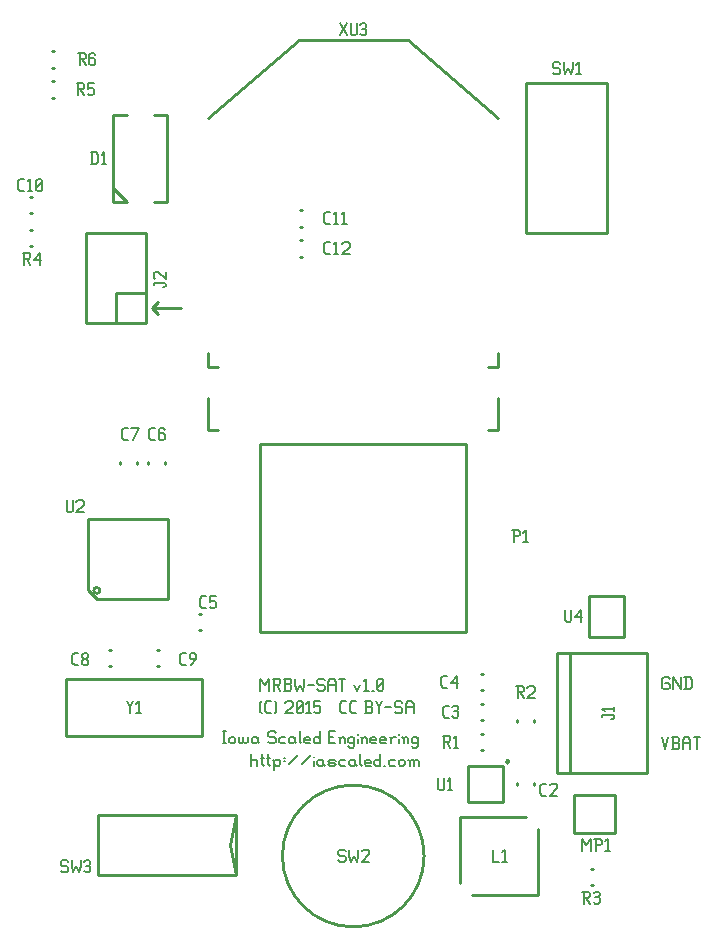
<source format=gbr>
G04 start of page 9 for group -4079 idx -4079 *
G04 Title: (unknown), topsilk *
G04 Creator: pcb 20110918 *
G04 CreationDate: Mon 25 May 2015 02:47:13 AM GMT UTC *
G04 For: railfan *
G04 Format: Gerber/RS-274X *
G04 PCB-Dimensions: 269500 307800 *
G04 PCB-Coordinate-Origin: lower left *
%MOIN*%
%FSLAX25Y25*%
%LNTOPSILK*%
%ADD95C,0.0080*%
%ADD94C,0.0100*%
G54D94*X68000Y207800D02*X77500D01*
X68000D02*X70000Y209800D01*
X68000Y207800D02*X70000Y205800D01*
G54D95*X238000Y64800D02*X239000Y60800D01*
X240000Y64800D01*
X241200Y60800D02*X243200D01*
X243700Y61300D01*
Y62500D02*Y61300D01*
X243200Y63000D02*X243700Y62500D01*
X241700Y63000D02*X243200D01*
X241700Y64800D02*Y60800D01*
X241200Y64800D02*X243200D01*
X243700Y64300D01*
Y63500D01*
X243200Y63000D02*X243700Y63500D01*
X244900Y63800D02*Y60800D01*
Y63800D02*X245600Y64800D01*
X246700D01*
X247400Y63800D01*
Y60800D01*
X244900Y62800D02*X247400D01*
X248600Y64800D02*X250600D01*
X249600D02*Y60800D01*
X240000Y84800D02*X240500Y84300D01*
X238500Y84800D02*X240000D01*
X238000Y84300D02*X238500Y84800D01*
X238000Y84300D02*Y81300D01*
X238500Y80800D01*
X240000D01*
X240500Y81300D01*
Y82300D02*Y81300D01*
X240000Y82800D02*X240500Y82300D01*
X239000Y82800D02*X240000D01*
X241700Y84800D02*Y80800D01*
Y84800D02*X244200Y80800D01*
Y84800D02*Y80800D01*
X245900Y84800D02*Y80800D01*
X247200Y84800D02*X247900Y84100D01*
Y81500D01*
X247200Y80800D02*X247900Y81500D01*
X245400Y80800D02*X247200D01*
X245400Y84800D02*X247200D01*
X104000Y84300D02*Y80300D01*
Y84300D02*X105500Y82300D01*
X107000Y84300D01*
Y80300D01*
X108200Y84300D02*X110200D01*
X110700Y83800D01*
Y82800D01*
X110200Y82300D02*X110700Y82800D01*
X108700Y82300D02*X110200D01*
X108700Y84300D02*Y80300D01*
X109500Y82300D02*X110700Y80300D01*
X111900D02*X113900D01*
X114400Y80800D01*
Y82000D02*Y80800D01*
X113900Y82500D02*X114400Y82000D01*
X112400Y82500D02*X113900D01*
X112400Y84300D02*Y80300D01*
X111900Y84300D02*X113900D01*
X114400Y83800D01*
Y83000D01*
X113900Y82500D02*X114400Y83000D01*
X115600Y84300D02*Y82300D01*
X116100Y80300D01*
X117100Y82300D01*
X118100Y80300D01*
X118600Y82300D01*
Y84300D02*Y82300D01*
X119800D02*X121800D01*
X125000Y84300D02*X125500Y83800D01*
X123500Y84300D02*X125000D01*
X123000Y83800D02*X123500Y84300D01*
X123000Y83800D02*Y82800D01*
X123500Y82300D01*
X125000D01*
X125500Y81800D01*
Y80800D01*
X125000Y80300D02*X125500Y80800D01*
X123500Y80300D02*X125000D01*
X123000Y80800D02*X123500Y80300D01*
X126700Y83300D02*Y80300D01*
Y83300D02*X127400Y84300D01*
X128500D01*
X129200Y83300D01*
Y80300D01*
X126700Y82300D02*X129200D01*
X130400Y84300D02*X132400D01*
X131400D02*Y80300D01*
X135400Y82300D02*X136400Y80300D01*
X137400Y82300D02*X136400Y80300D01*
X138600Y83500D02*X139400Y84300D01*
Y80300D01*
X138600D02*X140100D01*
X141300D02*X141800D01*
X143000Y80800D02*X143500Y80300D01*
X143000Y83800D02*Y80800D01*
Y83800D02*X143500Y84300D01*
X144500D01*
X145000Y83800D01*
Y80800D01*
X144500Y80300D02*X145000Y80800D01*
X143500Y80300D02*X144500D01*
X143000Y81300D02*X145000Y83300D01*
X91500Y66800D02*X92500D01*
X92000D02*Y62800D01*
X91500D02*X92500D01*
X93700Y64300D02*Y63300D01*
Y64300D02*X94200Y64800D01*
X95200D01*
X95700Y64300D01*
Y63300D01*
X95200Y62800D02*X95700Y63300D01*
X94200Y62800D02*X95200D01*
X93700Y63300D02*X94200Y62800D01*
X96900Y64800D02*Y63300D01*
X97400Y62800D01*
X97900D01*
X98400Y63300D01*
Y64800D02*Y63300D01*
X98900Y62800D01*
X99400D01*
X99900Y63300D01*
Y64800D02*Y63300D01*
X102600Y64800D02*X103100Y64300D01*
X101600Y64800D02*X102600D01*
X101100Y64300D02*X101600Y64800D01*
X101100Y64300D02*Y63300D01*
X101600Y62800D01*
X103100Y64800D02*Y63300D01*
X103600Y62800D01*
X101600D02*X102600D01*
X103100Y63300D01*
X108600Y66800D02*X109100Y66300D01*
X107100Y66800D02*X108600D01*
X106600Y66300D02*X107100Y66800D01*
X106600Y66300D02*Y65300D01*
X107100Y64800D01*
X108600D01*
X109100Y64300D01*
Y63300D01*
X108600Y62800D02*X109100Y63300D01*
X107100Y62800D02*X108600D01*
X106600Y63300D02*X107100Y62800D01*
X110800Y64800D02*X112300D01*
X110300Y64300D02*X110800Y64800D01*
X110300Y64300D02*Y63300D01*
X110800Y62800D01*
X112300D01*
X115000Y64800D02*X115500Y64300D01*
X114000Y64800D02*X115000D01*
X113500Y64300D02*X114000Y64800D01*
X113500Y64300D02*Y63300D01*
X114000Y62800D01*
X115500Y64800D02*Y63300D01*
X116000Y62800D01*
X114000D02*X115000D01*
X115500Y63300D01*
X117200Y66800D02*Y63300D01*
X117700Y62800D01*
X119200D02*X120700D01*
X118700Y63300D02*X119200Y62800D01*
X118700Y64300D02*Y63300D01*
Y64300D02*X119200Y64800D01*
X120200D01*
X120700Y64300D01*
X118700Y63800D02*X120700D01*
Y64300D02*Y63800D01*
X123900Y66800D02*Y62800D01*
X123400D02*X123900Y63300D01*
X122400Y62800D02*X123400D01*
X121900Y63300D02*X122400Y62800D01*
X121900Y64300D02*Y63300D01*
Y64300D02*X122400Y64800D01*
X123400D01*
X123900Y64300D01*
X126900Y65000D02*X128400D01*
X126900Y62800D02*X128900D01*
X126900Y66800D02*Y62800D01*
Y66800D02*X128900D01*
X130600Y64300D02*Y62800D01*
Y64300D02*X131100Y64800D01*
X131600D01*
X132100Y64300D01*
Y62800D01*
X130100Y64800D02*X130600Y64300D01*
X134800Y64800D02*X135300Y64300D01*
X133800Y64800D02*X134800D01*
X133300Y64300D02*X133800Y64800D01*
X133300Y64300D02*Y63300D01*
X133800Y62800D01*
X134800D01*
X135300Y63300D01*
X133300Y61800D02*X133800Y61300D01*
X134800D01*
X135300Y61800D01*
Y64800D02*Y61800D01*
X136500Y65800D02*Y65700D01*
Y64300D02*Y62800D01*
X138000Y64300D02*Y62800D01*
Y64300D02*X138500Y64800D01*
X139000D01*
X139500Y64300D01*
Y62800D01*
X137500Y64800D02*X138000Y64300D01*
X141200Y62800D02*X142700D01*
X140700Y63300D02*X141200Y62800D01*
X140700Y64300D02*Y63300D01*
Y64300D02*X141200Y64800D01*
X142200D01*
X142700Y64300D01*
X140700Y63800D02*X142700D01*
Y64300D02*Y63800D01*
X144400Y62800D02*X145900D01*
X143900Y63300D02*X144400Y62800D01*
X143900Y64300D02*Y63300D01*
Y64300D02*X144400Y64800D01*
X145400D01*
X145900Y64300D01*
X143900Y63800D02*X145900D01*
Y64300D02*Y63800D01*
X147600Y64300D02*Y62800D01*
Y64300D02*X148100Y64800D01*
X149100D01*
X147100D02*X147600Y64300D01*
X150300Y65800D02*Y65700D01*
Y64300D02*Y62800D01*
X151800Y64300D02*Y62800D01*
Y64300D02*X152300Y64800D01*
X152800D01*
X153300Y64300D01*
Y62800D01*
X151300Y64800D02*X151800Y64300D01*
X156000Y64800D02*X156500Y64300D01*
X155000Y64800D02*X156000D01*
X154500Y64300D02*X155000Y64800D01*
X154500Y64300D02*Y63300D01*
X155000Y62800D01*
X156000D01*
X156500Y63300D01*
X154500Y61800D02*X155000Y61300D01*
X156000D01*
X156500Y61800D01*
Y64800D02*Y61800D01*
X104000Y73300D02*X104500Y72800D01*
X104000Y76300D02*X104500Y76800D01*
X104000Y76300D02*Y73300D01*
X106400Y72800D02*X107700D01*
X105700Y73500D02*X106400Y72800D01*
X105700Y76100D02*Y73500D01*
Y76100D02*X106400Y76800D01*
X107700D01*
X108900D02*X109400Y76300D01*
Y73300D01*
X108900Y72800D02*X109400Y73300D01*
X112400Y76300D02*X112900Y76800D01*
X114400D01*
X114900Y76300D01*
Y75300D01*
X112400Y72800D02*X114900Y75300D01*
X112400Y72800D02*X114900D01*
X116100Y73300D02*X116600Y72800D01*
X116100Y76300D02*Y73300D01*
Y76300D02*X116600Y76800D01*
X117600D01*
X118100Y76300D01*
Y73300D01*
X117600Y72800D02*X118100Y73300D01*
X116600Y72800D02*X117600D01*
X116100Y73800D02*X118100Y75800D01*
X119300Y76000D02*X120100Y76800D01*
Y72800D01*
X119300D02*X120800D01*
X122000Y76800D02*X124000D01*
X122000D02*Y74800D01*
X122500Y75300D01*
X123500D01*
X124000Y74800D01*
Y73300D01*
X123500Y72800D02*X124000Y73300D01*
X122500Y72800D02*X123500D01*
X122000Y73300D02*X122500Y72800D01*
X131300D02*X132600D01*
X130600Y73500D02*X131300Y72800D01*
X130600Y76100D02*Y73500D01*
Y76100D02*X131300Y76800D01*
X132600D01*
X134500Y72800D02*X135800D01*
X133800Y73500D02*X134500Y72800D01*
X133800Y76100D02*Y73500D01*
Y76100D02*X134500Y76800D01*
X135800D01*
X138800Y72800D02*X140800D01*
X141300Y73300D01*
Y74500D02*Y73300D01*
X140800Y75000D02*X141300Y74500D01*
X139300Y75000D02*X140800D01*
X139300Y76800D02*Y72800D01*
X138800Y76800D02*X140800D01*
X141300Y76300D01*
Y75500D01*
X140800Y75000D02*X141300Y75500D01*
X142500Y76800D02*X143500Y74800D01*
X144500Y76800D01*
X143500Y74800D02*Y72800D01*
X145700Y74800D02*X147700D01*
X150900Y76800D02*X151400Y76300D01*
X149400Y76800D02*X150900D01*
X148900Y76300D02*X149400Y76800D01*
X148900Y76300D02*Y75300D01*
X149400Y74800D01*
X150900D01*
X151400Y74300D01*
Y73300D01*
X150900Y72800D02*X151400Y73300D01*
X149400Y72800D02*X150900D01*
X148900Y73300D02*X149400Y72800D01*
X152600Y75800D02*Y72800D01*
Y75800D02*X153300Y76800D01*
X154400D01*
X155100Y75800D01*
Y72800D01*
X152600Y74800D02*X155100D01*
X101000Y59300D02*Y55300D01*
Y56800D02*X101500Y57300D01*
X102500D01*
X103000Y56800D01*
Y55300D01*
X104700Y59300D02*Y55800D01*
X105200Y55300D01*
X104200Y57800D02*X105200D01*
X106700Y59300D02*Y55800D01*
X107200Y55300D01*
X106200Y57800D02*X107200D01*
X108700Y56800D02*Y53800D01*
X108200Y57300D02*X108700Y56800D01*
X109200Y57300D01*
X110200D01*
X110700Y56800D01*
Y55800D01*
X110200Y55300D02*X110700Y55800D01*
X109200Y55300D02*X110200D01*
X108700Y55800D02*X109200Y55300D01*
X111900Y57800D02*X112400D01*
X111900Y56800D02*X112400D01*
X113600Y55800D02*X116600Y58800D01*
X117800Y55800D02*X120800Y58800D01*
X122000Y58300D02*Y58200D01*
Y56800D02*Y55300D01*
X124500Y57300D02*X125000Y56800D01*
X123500Y57300D02*X124500D01*
X123000Y56800D02*X123500Y57300D01*
X123000Y56800D02*Y55800D01*
X123500Y55300D01*
X125000Y57300D02*Y55800D01*
X125500Y55300D01*
X123500D02*X124500D01*
X125000Y55800D01*
X127200Y55300D02*X128700D01*
X129200Y55800D01*
X128700Y56300D02*X129200Y55800D01*
X127200Y56300D02*X128700D01*
X126700Y56800D02*X127200Y56300D01*
X126700Y56800D02*X127200Y57300D01*
X128700D01*
X129200Y56800D01*
X126700Y55800D02*X127200Y55300D01*
X130900Y57300D02*X132400D01*
X130400Y56800D02*X130900Y57300D01*
X130400Y56800D02*Y55800D01*
X130900Y55300D01*
X132400D01*
X135100Y57300D02*X135600Y56800D01*
X134100Y57300D02*X135100D01*
X133600Y56800D02*X134100Y57300D01*
X133600Y56800D02*Y55800D01*
X134100Y55300D01*
X135600Y57300D02*Y55800D01*
X136100Y55300D01*
X134100D02*X135100D01*
X135600Y55800D01*
X137300Y59300D02*Y55800D01*
X137800Y55300D01*
X139300D02*X140800D01*
X138800Y55800D02*X139300Y55300D01*
X138800Y56800D02*Y55800D01*
Y56800D02*X139300Y57300D01*
X140300D01*
X140800Y56800D01*
X138800Y56300D02*X140800D01*
Y56800D02*Y56300D01*
X144000Y59300D02*Y55300D01*
X143500D02*X144000Y55800D01*
X142500Y55300D02*X143500D01*
X142000Y55800D02*X142500Y55300D01*
X142000Y56800D02*Y55800D01*
Y56800D02*X142500Y57300D01*
X143500D01*
X144000Y56800D01*
X145200Y55300D02*X145700D01*
X147400Y57300D02*X148900D01*
X146900Y56800D02*X147400Y57300D01*
X146900Y56800D02*Y55800D01*
X147400Y55300D01*
X148900D01*
X150100Y56800D02*Y55800D01*
Y56800D02*X150600Y57300D01*
X151600D01*
X152100Y56800D01*
Y55800D01*
X151600Y55300D02*X152100Y55800D01*
X150600Y55300D02*X151600D01*
X150100Y55800D02*X150600Y55300D01*
X153800Y56800D02*Y55300D01*
Y56800D02*X154300Y57300D01*
X154800D01*
X155300Y56800D01*
Y55300D01*
Y56800D02*X155800Y57300D01*
X156300D01*
X156800Y56800D01*
Y55300D01*
X153300Y57300D02*X153800Y56800D01*
G54D94*X66000Y232800D02*Y202800D01*
X46000Y232800D02*X66000D01*
X46000D02*Y202800D01*
X66000D01*
X56000Y212800D02*X66000D01*
X56000D02*Y202800D01*
X117107Y235045D02*X117893D01*
X117107Y240555D02*X117893D01*
X117107Y225045D02*X117893D01*
X117107Y230555D02*X117893D01*
X27107Y234055D02*X27893D01*
X27107Y228545D02*X27893D01*
X103750Y162550D02*Y100050D01*
Y162550D02*X172500D01*
Y100050D01*
X103750D02*X172500D01*
X46621Y137679D02*Y113821D01*
Y137679D02*X73379D01*
Y110921D01*
X49521D02*X73379D01*
X49521D02*X46621Y113821D01*
X49521Y112821D02*G75*G03X49521Y112821I0J1000D01*G01*
X83607Y106055D02*X84393D01*
X83607Y100545D02*X84393D01*
X50000Y38800D02*Y18800D01*
X96000D01*
X50000Y38800D02*X96000D01*
Y18800D01*
X94000Y28800D01*
X96000Y38800D02*X94000Y28800D01*
X39362Y84150D02*X84638D01*
Y65450D01*
X39362D01*
Y84150D01*
X111378Y25300D02*G75*G03X111378Y25300I23622J0D01*G01*
X73000Y272300D02*Y243300D01*
X55000Y272300D02*Y243300D01*
Y272300D02*X59500D01*
X68500D02*X73000D01*
X55000Y243300D02*X59500D01*
X68500D02*X73000D01*
X55000Y247800D02*X59500Y243300D01*
X66745Y156693D02*Y155907D01*
X72255Y156693D02*Y155907D01*
X57245Y156693D02*Y155907D01*
X62755Y156693D02*Y155907D01*
X69607Y88545D02*X70393D01*
X69607Y94055D02*X70393D01*
X53607D02*X54393D01*
X53607Y88545D02*X54393D01*
X86693Y192800D02*Y188450D01*
X183307Y192800D02*Y188450D01*
X86693D02*X90000D01*
X180000D02*X183307D01*
X86693Y271442D02*X116890Y297151D01*
X183307Y271442D02*X153110Y297151D01*
X116890D02*X153110D01*
X86693Y167450D02*X90000D01*
X86693Y177800D02*Y167450D01*
X180000D02*X183307D01*
Y177800D02*Y167450D01*
X192500Y282800D02*X219500D01*
Y232800D01*
X192500D01*
Y282800D01*
X34607Y293555D02*X35393D01*
X34607Y288045D02*X35393D01*
X34607Y283555D02*X35393D01*
X34607Y278045D02*X35393D01*
X27107Y245055D02*X27893D01*
X27107Y239545D02*X27893D01*
X213600Y112100D02*Y98200D01*
X225400D01*
Y112100D01*
X213600D01*
X232800Y92800D02*Y52800D01*
X202800Y92800D02*Y52800D01*
X207200Y92800D02*Y52800D01*
X202800D02*X232800D01*
X202800Y92800D02*X232800D01*
X208443Y45643D02*X222343D01*
X208443D02*Y32843D01*
X222343D01*
Y45643D02*Y32843D01*
X177607Y86055D02*X178393D01*
X177607Y80545D02*X178393D01*
X177607Y76055D02*X178393D01*
X177607Y70545D02*X178393D01*
X189745Y70693D02*Y69907D01*
X195255Y70693D02*Y69907D01*
X214107Y15545D02*X214893D01*
X214107Y21055D02*X214893D01*
X177607Y60545D02*X178393D01*
X177607Y66055D02*X178393D01*
X184906Y55206D02*Y43394D01*
X173094D02*X184906D01*
X173094Y55206D02*Y43394D01*
Y55206D02*X184906D01*
X186406Y57206D02*G75*G03X186406Y57206I0J-500D01*G01*
X189745Y49693D02*Y48907D01*
X195255Y49693D02*Y48907D01*
X196500Y34300D02*Y12300D01*
X174500D02*X196500D01*
X170500Y38300D02*Y16300D01*
Y38300D02*X192500D01*
G54D95*X68500Y216300D02*Y215500D01*
Y216300D02*X72000D01*
X72500Y215800D02*X72000Y216300D01*
X72500Y215800D02*Y215300D01*
X72000Y214800D02*X72500Y215300D01*
X71500Y214800D02*X72000D01*
X69000Y217500D02*X68500Y218000D01*
Y219500D02*Y218000D01*
Y219500D02*X69000Y220000D01*
X70000D01*
X72500Y217500D02*X70000Y220000D01*
X72500D02*Y217500D01*
X126050Y235950D02*X127350D01*
X125350Y236650D02*X126050Y235950D01*
X125350Y239250D02*Y236650D01*
Y239250D02*X126050Y239950D01*
X127350D01*
X128550Y239150D02*X129350Y239950D01*
Y235950D01*
X128550D02*X130050D01*
X131250Y239150D02*X132050Y239950D01*
Y235950D01*
X131250D02*X132750D01*
X126050Y225950D02*X127350D01*
X125350Y226650D02*X126050Y225950D01*
X125350Y229250D02*Y226650D01*
Y229250D02*X126050Y229950D01*
X127350D01*
X128550Y229150D02*X129350Y229950D01*
Y225950D01*
X128550D02*X130050D01*
X131250Y229450D02*X131750Y229950D01*
X133250D01*
X133750Y229450D01*
Y228450D01*
X131250Y225950D02*X133750Y228450D01*
X131250Y225950D02*X133750D01*
X24850Y226450D02*X26850D01*
X27350Y225950D01*
Y224950D01*
X26850Y224450D02*X27350Y224950D01*
X25350Y224450D02*X26850D01*
X25350Y226450D02*Y222450D01*
X26150Y224450D02*X27350Y222450D01*
X28550Y223950D02*X30550Y226450D01*
X28550Y223950D02*X31050D01*
X30550Y226450D02*Y222450D01*
X188500Y133800D02*Y129800D01*
X188000Y133800D02*X190000D01*
X190500Y133300D01*
Y132300D01*
X190000Y131800D02*X190500Y132300D01*
X188500Y131800D02*X190000D01*
X191700Y133000D02*X192500Y133800D01*
Y129800D01*
X191700D02*X193200D01*
X48000Y259800D02*Y255800D01*
X49300Y259800D02*X50000Y259100D01*
Y256500D01*
X49300Y255800D02*X50000Y256500D01*
X47500Y255800D02*X49300D01*
X47500Y259800D02*X49300D01*
X51200Y259000D02*X52000Y259800D01*
Y255800D01*
X51200D02*X52700D01*
X67636Y163950D02*X68936D01*
X66936Y164650D02*X67636Y163950D01*
X66936Y167250D02*Y164650D01*
Y167250D02*X67636Y167950D01*
X68936D01*
X71636D02*X72136Y167450D01*
X70636Y167950D02*X71636D01*
X70136Y167450D02*X70636Y167950D01*
X70136Y167450D02*Y164450D01*
X70636Y163950D01*
X71636Y166150D02*X72136Y165650D01*
X70136Y166150D02*X71636D01*
X70636Y163950D02*X71636D01*
X72136Y164450D01*
Y165650D02*Y164450D01*
X58550Y163950D02*X59850D01*
X57850Y164650D02*X58550Y163950D01*
X57850Y167250D02*Y164650D01*
Y167250D02*X58550Y167950D01*
X59850D01*
X61550Y163950D02*X63550Y167950D01*
X61050D02*X63550D01*
X39500Y143800D02*Y140300D01*
X40000Y139800D01*
X41000D01*
X41500Y140300D01*
Y143800D02*Y140300D01*
X42700Y143300D02*X43200Y143800D01*
X44700D01*
X45200Y143300D01*
Y142300D01*
X42700Y139800D02*X45200Y142300D01*
X42700Y139800D02*X45200D01*
X130500Y298800D02*X133000Y302800D01*
X130500D02*X133000Y298800D01*
X134200Y302800D02*Y299300D01*
X134700Y298800D01*
X135700D01*
X136200Y299300D01*
Y302800D02*Y299300D01*
X137400Y302300D02*X137900Y302800D01*
X138900D01*
X139400Y302300D01*
X138900Y298800D02*X139400Y299300D01*
X137900Y298800D02*X138900D01*
X137400Y299300D02*X137900Y298800D01*
Y301000D02*X138900D01*
X139400Y302300D02*Y301500D01*
Y300500D02*Y299300D01*
Y300500D02*X138900Y301000D01*
X139400Y301500D02*X138900Y301000D01*
X203500Y289800D02*X204000Y289300D01*
X202000Y289800D02*X203500D01*
X201500Y289300D02*X202000Y289800D01*
X201500Y289300D02*Y288300D01*
X202000Y287800D01*
X203500D01*
X204000Y287300D01*
Y286300D01*
X203500Y285800D02*X204000Y286300D01*
X202000Y285800D02*X203500D01*
X201500Y286300D02*X202000Y285800D01*
X205200Y289800D02*Y287800D01*
X205700Y285800D01*
X206700Y287800D01*
X207700Y285800D01*
X208200Y287800D01*
Y289800D02*Y287800D01*
X209400Y289000D02*X210200Y289800D01*
Y285800D01*
X209400D02*X210900D01*
X43350Y292950D02*X45350D01*
X45850Y292450D01*
Y291450D01*
X45350Y290950D02*X45850Y291450D01*
X43850Y290950D02*X45350D01*
X43850Y292950D02*Y288950D01*
X44650Y290950D02*X45850Y288950D01*
X48550Y292950D02*X49050Y292450D01*
X47550Y292950D02*X48550D01*
X47050Y292450D02*X47550Y292950D01*
X47050Y292450D02*Y289450D01*
X47550Y288950D01*
X48550Y291150D02*X49050Y290650D01*
X47050Y291150D02*X48550D01*
X47550Y288950D02*X48550D01*
X49050Y289450D01*
Y290650D02*Y289450D01*
X42764Y282950D02*X44764D01*
X45264Y282450D01*
Y281450D01*
X44764Y280950D02*X45264Y281450D01*
X43264Y280950D02*X44764D01*
X43264Y282950D02*Y278950D01*
X44064Y280950D02*X45264Y278950D01*
X46464Y282950D02*X48464D01*
X46464D02*Y280950D01*
X46964Y281450D01*
X47964D01*
X48464Y280950D01*
Y279450D01*
X47964Y278950D02*X48464Y279450D01*
X46964Y278950D02*X47964D01*
X46464Y279450D02*X46964Y278950D01*
X24050Y246950D02*X25350D01*
X23350Y247650D02*X24050Y246950D01*
X23350Y250250D02*Y247650D01*
Y250250D02*X24050Y250950D01*
X25350D01*
X26550Y250150D02*X27350Y250950D01*
Y246950D01*
X26550D02*X28050D01*
X29250Y247450D02*X29750Y246950D01*
X29250Y250450D02*Y247450D01*
Y250450D02*X29750Y250950D01*
X30750D01*
X31250Y250450D01*
Y247450D01*
X30750Y246950D02*X31250Y247450D01*
X29750Y246950D02*X30750D01*
X29250Y247950D02*X31250Y249950D01*
X39500Y23800D02*X40000Y23300D01*
X38000Y23800D02*X39500D01*
X37500Y23300D02*X38000Y23800D01*
X37500Y23300D02*Y22300D01*
X38000Y21800D01*
X39500D01*
X40000Y21300D01*
Y20300D01*
X39500Y19800D02*X40000Y20300D01*
X38000Y19800D02*X39500D01*
X37500Y20300D02*X38000Y19800D01*
X41200Y23800D02*Y21800D01*
X41700Y19800D01*
X42700Y21800D01*
X43700Y19800D01*
X44200Y21800D01*
Y23800D02*Y21800D01*
X45400Y23300D02*X45900Y23800D01*
X46900D01*
X47400Y23300D01*
X46900Y19800D02*X47400Y20300D01*
X45900Y19800D02*X46900D01*
X45400Y20300D02*X45900Y19800D01*
Y22000D02*X46900D01*
X47400Y23300D02*Y22500D01*
Y21500D02*Y20300D01*
Y21500D02*X46900Y22000D01*
X47400Y22500D02*X46900Y22000D01*
X59500Y76800D02*X60500Y74800D01*
X61500Y76800D01*
X60500Y74800D02*Y72800D01*
X62700Y76000D02*X63500Y76800D01*
Y72800D01*
X62700D02*X64200D01*
X78050Y88950D02*X79350D01*
X77350Y89650D02*X78050Y88950D01*
X77350Y92250D02*Y89650D01*
Y92250D02*X78050Y92950D01*
X79350D01*
X81050Y88950D02*X82550Y90950D01*
Y92450D02*Y90950D01*
X82050Y92950D02*X82550Y92450D01*
X81050Y92950D02*X82050D01*
X80550Y92450D02*X81050Y92950D01*
X80550Y92450D02*Y91450D01*
X81050Y90950D01*
X82550D01*
X42093Y88950D02*X43393D01*
X41393Y89650D02*X42093Y88950D01*
X41393Y92250D02*Y89650D01*
Y92250D02*X42093Y92950D01*
X43393D01*
X44593Y89450D02*X45093Y88950D01*
X44593Y90250D02*Y89450D01*
Y90250D02*X45293Y90950D01*
X45893D01*
X46593Y90250D01*
Y89450D01*
X46093Y88950D02*X46593Y89450D01*
X45093Y88950D02*X46093D01*
X44593Y91650D02*X45293Y90950D01*
X44593Y92450D02*Y91650D01*
Y92450D02*X45093Y92950D01*
X46093D01*
X46593Y92450D01*
Y91650D01*
X45893Y90950D02*X46593Y91650D01*
X205700Y107400D02*Y103900D01*
X206200Y103400D01*
X207200D01*
X207700Y103900D01*
Y107400D02*Y103900D01*
X208900Y104900D02*X210900Y107400D01*
X208900Y104900D02*X211400D01*
X210900Y107400D02*Y103400D01*
X84700Y107800D02*X86000D01*
X84000Y108500D02*X84700Y107800D01*
X84000Y111100D02*Y108500D01*
Y111100D02*X84700Y111800D01*
X86000D01*
X87200D02*X89200D01*
X87200D02*Y109800D01*
X87700Y110300D01*
X88700D01*
X89200Y109800D01*
Y108300D01*
X88700Y107800D02*X89200Y108300D01*
X87700Y107800D02*X88700D01*
X87200Y108300D02*X87700Y107800D01*
X218000Y72300D02*Y71500D01*
Y72300D02*X221500D01*
X222000Y71800D02*X221500Y72300D01*
X222000Y71800D02*Y71300D01*
X221500Y70800D02*X222000Y71300D01*
X221000Y70800D02*X221500D01*
X218800Y73500D02*X218000Y74300D01*
X222000D01*
Y75000D02*Y73500D01*
X164850Y65450D02*X166850D01*
X167350Y64950D01*
Y63950D01*
X166850Y63450D02*X167350Y63950D01*
X165350Y63450D02*X166850D01*
X165350Y65450D02*Y61450D01*
X166150Y63450D02*X167350Y61450D01*
X168550Y64650D02*X169350Y65450D01*
Y61450D01*
X168550D02*X170050D01*
X165050Y81450D02*X166350D01*
X164350Y82150D02*X165050Y81450D01*
X164350Y84750D02*Y82150D01*
Y84750D02*X165050Y85450D01*
X166350D01*
X167550Y82950D02*X169550Y85450D01*
X167550Y82950D02*X170050D01*
X169550Y85450D02*Y81450D01*
X165550Y71450D02*X166850D01*
X164850Y72150D02*X165550Y71450D01*
X164850Y74750D02*Y72150D01*
Y74750D02*X165550Y75450D01*
X166850D01*
X168050Y74950D02*X168550Y75450D01*
X169550D01*
X170050Y74950D01*
X169550Y71450D02*X170050Y71950D01*
X168550Y71450D02*X169550D01*
X168050Y71950D02*X168550Y71450D01*
Y73650D02*X169550D01*
X170050Y74950D02*Y74150D01*
Y73150D02*Y71950D01*
Y73150D02*X169550Y73650D01*
X170050Y74150D02*X169550Y73650D01*
X189350Y81950D02*X191350D01*
X191850Y81450D01*
Y80450D01*
X191350Y79950D02*X191850Y80450D01*
X189850Y79950D02*X191350D01*
X189850Y81950D02*Y77950D01*
X190650Y79950D02*X191850Y77950D01*
X193050Y81450D02*X193550Y81950D01*
X195050D01*
X195550Y81450D01*
Y80450D01*
X193050Y77950D02*X195550Y80450D01*
X193050Y77950D02*X195550D01*
X163358Y51253D02*Y47753D01*
X163858Y47253D01*
X164858D01*
X165358Y47753D01*
Y51253D02*Y47753D01*
X166558Y50453D02*X167358Y51253D01*
Y47253D01*
X166558D02*X168058D01*
X198050Y45450D02*X199350D01*
X197350Y46150D02*X198050Y45450D01*
X197350Y48750D02*Y46150D01*
Y48750D02*X198050Y49450D01*
X199350D01*
X200550Y48950D02*X201050Y49450D01*
X202550D01*
X203050Y48950D01*
Y47950D01*
X200550Y45450D02*X203050Y47950D01*
X200550Y45450D02*X203050D01*
X211393Y13450D02*X213393D01*
X213893Y12950D01*
Y11950D01*
X213393Y11450D02*X213893Y11950D01*
X211893Y11450D02*X213393D01*
X211893Y13450D02*Y9450D01*
X212693Y11450D02*X213893Y9450D01*
X215093Y12950D02*X215593Y13450D01*
X216593D01*
X217093Y12950D01*
X216593Y9450D02*X217093Y9950D01*
X215593Y9450D02*X216593D01*
X215093Y9950D02*X215593Y9450D01*
Y11650D02*X216593D01*
X217093Y12950D02*Y12150D01*
Y11150D02*Y9950D01*
Y11150D02*X216593Y11650D01*
X217093Y12150D02*X216593Y11650D01*
X211157Y30957D02*Y26957D01*
Y30957D02*X212657Y28957D01*
X214157Y30957D01*
Y26957D01*
X215857Y30957D02*Y26957D01*
X215357Y30957D02*X217357D01*
X217857Y30457D01*
Y29457D01*
X217357Y28957D02*X217857Y29457D01*
X215857Y28957D02*X217357D01*
X219057Y30157D02*X219857Y30957D01*
Y26957D01*
X219057D02*X220557D01*
X132000Y27300D02*X132500Y26800D01*
X130500Y27300D02*X132000D01*
X130000Y26800D02*X130500Y27300D01*
X130000Y26800D02*Y25800D01*
X130500Y25300D01*
X132000D01*
X132500Y24800D01*
Y23800D01*
X132000Y23300D02*X132500Y23800D01*
X130500Y23300D02*X132000D01*
X130000Y23800D02*X130500Y23300D01*
X133700Y27300D02*Y25300D01*
X134200Y23300D01*
X135200Y25300D01*
X136200Y23300D01*
X136700Y25300D01*
Y27300D02*Y25300D01*
X137900Y26800D02*X138400Y27300D01*
X139900D01*
X140400Y26800D01*
Y25800D01*
X137900Y23300D02*X140400Y25800D01*
X137900Y23300D02*X140400D01*
X181500Y27300D02*Y23300D01*
X183500D01*
X184700Y26500D02*X185500Y27300D01*
Y23300D01*
X184700D02*X186200D01*
M02*

</source>
